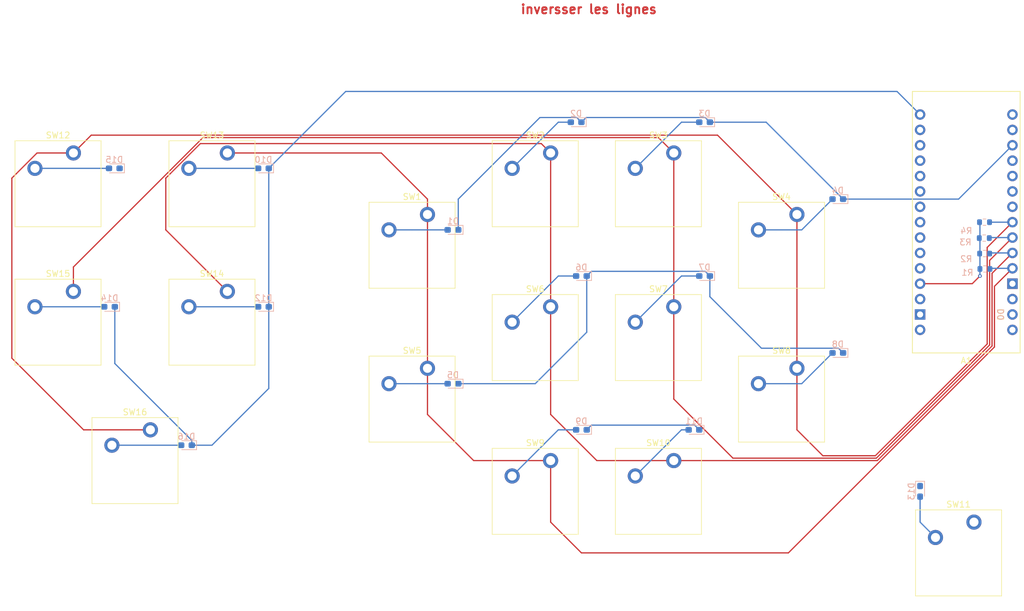
<source format=kicad_pcb>
(kicad_pcb (version 20240108) (generator "pcbnew") (generator_version "8.0")
  (layers (0 "F.Cu" signal) (31 "B.Cu" signal) (34 "B.Paste" user) (35 "F.Paste" user) (36 "B.SilkS" user "B.Silkscreen") (37 "F.SilkS" user "F.Silkscreen") (38 "B.Mask" user) (39 "F.Mask" user) (44 "Edge.Cuts" user))
  (net 0 "")
  (net 4 "GND")
  (net 6 "ROW 1")
  (net 8 "ROW 3")
  (net 12 "+5V")
  (net 14 "ROW 2")
  (net 15 "COL 1")
  (net 18 "COL 3")
  (net 21 "COL 2")
  (net 22 "ROW 4")
  (net 23 "COL 4")
  (net 30 "Net-(D1-A)")
  (net 31 "Net-(D2-A)")
  (net 32 "Net-(D3-A)")
  (net 33 "Net-(D4-A)")
  (net 34 "Net-(D5-A)")
  (net 35 "Net-(D6-A)")
  (net 36 "Net-(D7-A)")
  (net 37 "Net-(D8-A)")
  (net 38 "Net-(D9-A)")
  (net 39 "Net-(D10-A)")
  (net 40 "Net-(D11-A)")
  (net 41 "Net-(D12-A)")
  (net 42 "Net-(D13-A)")
  (net 43 "Net-(D14-A)")
  (net 44 "Net-(D15-A)")
  (net 45 "Net-(D16-A)")
  (footprint "PCM_Switch_Keyboard_Cherry_MX:SW_Cherry_MX_PCB_1.00u" (layer "F.Cu") (at 181.61 142.24)
    (property "Reference" "SW11" (at 0 -8 0) (layer "F.SilkS"))
    (property "Value" "SW_Push")
    (fp_line (start -7.1 -7.1) (end -7.1 7.1) (stroke (width 0.12)) (layer "F.SilkS"))
    (fp_line (start -7.1 7.1) (end 7.1 7.1) (stroke (width 0.12)) (layer "F.SilkS"))
    (fp_line (start 7.1 -7.1) (end -7.1 -7.1) (stroke (width 0.12)) (layer "F.SilkS"))
    (fp_line (start 7.1 7.1) (end 7.1 -7.1) (stroke (width 0.12)) (layer "F.SilkS"))
    (pad "" np_thru_hole circle (at -5.08 0) (size 1.75 1.75) (drill 1.75) (layers "*.Cu" "*.Mask"))
    (pad "" np_thru_hole circle (at 0 0) (size 4 4) (drill 4) (layers "*.Cu" "*.Mask"))
    (pad "" np_thru_hole circle (at 5.08 0) (size 1.75 1.75) (drill 1.75) (layers "*.Cu" "*.Mask"))
    (pad "1" thru_hole circle (at -3.81 -2.54) (size 2.5 2.5) (drill 1.5) (layers "*.Cu" "*.Mask") (net 42 "Net-(D13-A)"))
    (pad "2" thru_hole circle (at 2.54 -5.08) (size 2.5 2.5) (drill 1.5) (layers "*.Cu" "*.Mask") (net 18 "COL 3"))
  )
  (footprint "PCM_Switch_Keyboard_Cherry_MX:SW_Cherry_MX_PCB_1.00u" (layer "F.Cu") (at 33.02 81.28)
    (property "Reference" "SW12" (at 0 -8 0) (layer "F.SilkS"))
    (property "Value" "SW_Push")
    (fp_line (start -7.1 -7.1) (end -7.1 7.1) (stroke (width 0.12)) (layer "F.SilkS"))
    (fp_line (start -7.1 7.1) (end 7.1 7.1) (stroke (width 0.12)) (layer "F.SilkS"))
    (fp_line (start 7.1 -7.1) (end -7.1 -7.1) (stroke (width 0.12)) (layer "F.SilkS"))
    (fp_line (start 7.1 7.1) (end 7.1 -7.1) (stroke (width 0.12)) (layer "F.SilkS"))
    (pad "" np_thru_hole circle (at -5.08 0) (size 1.75 1.75) (drill 1.75) (layers "*.Cu" "*.Mask"))
    (pad "" np_thru_hole circle (at 0 0) (size 4 4) (drill 4) (layers "*.Cu" "*.Mask"))
    (pad "" np_thru_hole circle (at 5.08 0) (size 1.75 1.75) (drill 1.75) (layers "*.Cu" "*.Mask"))
    (pad "1" thru_hole circle (at -3.81 -2.54) (size 2.5 2.5) (drill 1.5) (layers "*.Cu" "*.Mask") (net 44 "Net-(D15-A)"))
    (pad "2" thru_hole circle (at 2.54 -5.08) (size 2.5 2.5) (drill 1.5) (layers "*.Cu" "*.Mask") (net 23 "COL 4"))
  )
  (footprint "PCM_Switch_Keyboard_Cherry_MX:SW_Cherry_MX_PCB_1.00u" (layer "F.Cu") (at 132.08 132.08)
    (property "Reference" "SW10" (at 0 -8 0) (layer "F.SilkS"))
    (property "Value" "SW_Push")
    (fp_line (start -7.1 -7.1) (end -7.1 7.1) (stroke (width 0.12)) (layer "F.SilkS"))
    (fp_line (start -7.1 7.1) (end 7.1 7.1) (stroke (width 0.12)) (layer "F.SilkS"))
    (fp_line (start 7.1 -7.1) (end -7.1 -7.1) (stroke (width 0.12)) (layer "F.SilkS"))
    (fp_line (start 7.1 7.1) (end 7.1 -7.1) (stroke (width 0.12)) (layer "F.SilkS"))
    (pad "" np_thru_hole circle (at -5.08 0) (size 1.75 1.75) (drill 1.75) (layers "*.Cu" "*.Mask"))
    (pad "" np_thru_hole circle (at 0 0) (size 4 4) (drill 4) (layers "*.Cu" "*.Mask"))
    (pad "" np_thru_hole circle (at 5.08 0) (size 1.75 1.75) (drill 1.75) (layers "*.Cu" "*.Mask"))
    (pad "1" thru_hole circle (at -3.81 -2.54) (size 2.5 2.5) (drill 1.5) (layers "*.Cu" "*.Mask") (net 40 "Net-(D11-A)"))
    (pad "2" thru_hole circle (at 2.54 -5.08) (size 2.5 2.5) (drill 1.5) (layers "*.Cu" "*.Mask") (net 21 "COL 2"))
  )
  (footprint "PCM_Switch_Keyboard_Cherry_MX:SW_Cherry_MX_PCB_1.00u" (layer "F.Cu") (at 91.44 91.44)
    (property "Reference" "SW1" (at 0 -8 0) (layer "F.SilkS"))
    (property "Value" "SW_Push")
    (fp_line (start -7.1 -7.1) (end -7.1 7.1) (stroke (width 0.12)) (layer "F.SilkS"))
    (fp_line (start -7.1 7.1) (end 7.1 7.1) (stroke (width 0.12)) (layer "F.SilkS"))
    (fp_line (start 7.1 -7.1) (end -7.1 -7.1) (stroke (width 0.12)) (layer "F.SilkS"))
    (fp_line (start 7.1 7.1) (end 7.1 -7.1) (stroke (width 0.12)) (layer "F.SilkS"))
    (pad "" np_thru_hole circle (at -5.08 0) (size 1.75 1.75) (drill 1.75) (layers "*.Cu" "*.Mask"))
    (pad "" np_thru_hole circle (at 0 0) (size 4 4) (drill 4) (layers "*.Cu" "*.Mask"))
    (pad "" np_thru_hole circle (at 5.08 0) (size 1.75 1.75) (drill 1.75) (layers "*.Cu" "*.Mask"))
    (pad "1" thru_hole circle (at -3.81 -2.54) (size 2.5 2.5) (drill 1.5) (layers "*.Cu" "*.Mask") (net 30 "Net-(D1-A)"))
    (pad "2" thru_hole circle (at 2.54 -5.08) (size 2.5 2.5) (drill 1.5) (layers "*.Cu" "*.Mask") (net 15 "COL 1"))
  )
  (footprint "PCM_Switch_Keyboard_Cherry_MX:SW_Cherry_MX_PCB_1.00u" (layer "F.Cu") (at 152.4 116.84)
    (property "Reference" "SW8" (at 0 -8 0) (layer "F.SilkS"))
    (property "Value" "SW_Push")
    (fp_line (start -7.1 -7.1) (end -7.1 7.1) (stroke (width 0.12)) (layer "F.SilkS"))
    (fp_line (start -7.1 7.1) (end 7.1 7.1) (stroke (width 0.12)) (layer "F.SilkS"))
    (fp_line (start 7.1 -7.1) (end -7.1 -7.1) (stroke (width 0.12)) (layer "F.SilkS"))
    (fp_line (start 7.1 7.1) (end 7.1 -7.1) (stroke (width 0.12)) (layer "F.SilkS"))
    (pad "" np_thru_hole circle (at -5.08 0) (size 1.75 1.75) (drill 1.75) (layers "*.Cu" "*.Mask"))
    (pad "" np_thru_hole circle (at 0 0) (size 4 4) (drill 4) (layers "*.Cu" "*.Mask"))
    (pad "" np_thru_hole circle (at 5.08 0) (size 1.75 1.75) (drill 1.75) (layers "*.Cu" "*.Mask"))
    (pad "1" thru_hole circle (at -3.81 -2.54) (size 2.5 2.5) (drill 1.5) (layers "*.Cu" "*.Mask") (net 37 "Net-(D8-A)"))
    (pad "2" thru_hole circle (at 2.54 -5.08) (size 2.5 2.5) (drill 1.5) (layers "*.Cu" "*.Mask") (net 23 "COL 4"))
  )
  (footprint "PCM_Switch_Keyboard_Cherry_MX:SW_Cherry_MX_PCB_1.00u" (layer "F.Cu") (at 132.08 81.28)
    (property "Reference" "SW3" (at 0 -8 0) (layer "F.SilkS"))
    (property "Value" "SW_Push")
    (fp_line (start -7.1 -7.1) (end -7.1 7.1) (stroke (width 0.12)) (layer "F.SilkS"))
    (fp_line (start -7.1 7.1) (end 7.1 7.1) (stroke (width 0.12)) (layer "F.SilkS"))
    (fp_line (start 7.1 -7.1) (end -7.1 -7.1) (stroke (width 0.12)) (layer "F.SilkS"))
    (fp_line (start 7.1 7.1) (end 7.1 -7.1) (stroke (width 0.12)) (layer "F.SilkS"))
    (pad "" np_thru_hole circle (at -5.08 0) (size 1.75 1.75) (drill 1.75) (layers "*.Cu" "*.Mask"))
    (pad "" np_thru_hole circle (at 0 0) (size 4 4) (drill 4) (layers "*.Cu" "*.Mask"))
    (pad "" np_thru_hole circle (at 5.08 0) (size 1.75 1.75) (drill 1.75) (layers "*.Cu" "*.Mask"))
    (pad "1" thru_hole circle (at -3.81 -2.54) (size 2.5 2.5) (drill 1.5) (layers "*.Cu" "*.Mask") (net 32 "Net-(D3-A)"))
    (pad "2" thru_hole circle (at 2.54 -5.08) (size 2.5 2.5) (drill 1.5) (layers "*.Cu" "*.Mask") (net 18 "COL 3"))
  )
  (footprint "PCM_Switch_Keyboard_Cherry_MX:SW_Cherry_MX_PCB_1.00u" (layer "F.Cu") (at 132.08 106.68)
    (property "Reference" "SW7" (at 0 -8 0) (layer "F.SilkS"))
    (property "Value" "SW_Push")
    (fp_line (start -7.1 -7.1) (end -7.1 7.1) (stroke (width 0.12)) (layer "F.SilkS"))
    (fp_line (start -7.1 7.1) (end 7.1 7.1) (stroke (width 0.12)) (layer "F.SilkS"))
    (fp_line (start 7.1 -7.1) (end -7.1 -7.1) (stroke (width 0.12)) (layer "F.SilkS"))
    (fp_line (start 7.1 7.1) (end 7.1 -7.1) (stroke (width 0.12)) (layer "F.SilkS"))
    (pad "" np_thru_hole circle (at -5.08 0) (size 1.75 1.75) (drill 1.75) (layers "*.Cu" "*.Mask"))
    (pad "" np_thru_hole circle (at 0 0) (size 4 4) (drill 4) (layers "*.Cu" "*.Mask"))
    (pad "" np_thru_hole circle (at 5.08 0) (size 1.75 1.75) (drill 1.75) (layers "*.Cu" "*.Mask"))
    (pad "1" thru_hole circle (at -3.81 -2.54) (size 2.5 2.5) (drill 1.5) (layers "*.Cu" "*.Mask") (net 36 "Net-(D7-A)"))
    (pad "2" thru_hole circle (at 2.54 -5.08) (size 2.5 2.5) (drill 1.5) (layers "*.Cu" "*.Mask") (net 18 "COL 3"))
  )
  (footprint "PCM_Switch_Keyboard_Cherry_MX:SW_Cherry_MX_PCB_1.00u" (layer "F.Cu") (at 91.44 116.84)
    (property "Reference" "SW5" (at 0 -8 0) (layer "F.SilkS"))
    (property "Value" "SW_Push")
    (fp_line (start -7.1 -7.1) (end -7.1 7.1) (stroke (width 0.12)) (layer "F.SilkS"))
    (fp_line (start -7.1 7.1) (end 7.1 7.1) (stroke (width 0.12)) (layer "F.SilkS"))
    (fp_line (start 7.1 -7.1) (end -7.1 -7.1) (stroke (width 0.12)) (layer "F.SilkS"))
    (fp_line (start 7.1 7.1) (end 7.1 -7.1) (stroke (width 0.12)) (layer "F.SilkS"))
    (pad "" np_thru_hole circle (at -5.08 0) (size 1.75 1.75) (drill 1.75) (layers "*.Cu" "*.Mask"))
    (pad "" np_thru_hole circle (at 0 0) (size 4 4) (drill 4) (layers "*.Cu" "*.Mask"))
    (pad "" np_thru_hole circle (at 5.08 0) (size 1.75 1.75) (drill 1.75) (layers "*.Cu" "*.Mask"))
    (pad "1" thru_hole circle (at -3.81 -2.54) (size 2.5 2.5) (drill 1.5) (layers "*.Cu" "*.Mask") (net 34 "Net-(D5-A)"))
    (pad "2" thru_hole circle (at 2.54 -5.08) (size 2.5 2.5) (drill 1.5) (layers "*.Cu" "*.Mask") (net 15 "COL 1"))
  )
  (footprint "PCM_Switch_Keyboard_Cherry_MX:SW_Cherry_MX_PCB_1.00u" (layer "F.Cu") (at 33.02 104.14)
    (property "Reference" "SW15" (at 0 -8 0) (layer "F.SilkS"))
    (property "Value" "SW_Push")
    (fp_line (start -7.1 -7.1) (end -7.1 7.1) (stroke (width 0.12)) (layer "F.SilkS"))
    (fp_line (start -7.1 7.1) (end 7.1 7.1) (stroke (width 0.12)) (layer "F.SilkS"))
    (fp_line (start 7.1 -7.1) (end -7.1 -7.1) (stroke (width 0.12)) (layer "F.SilkS"))
    (fp_line (start 7.1 7.1) (end 7.1 -7.1) (stroke (width 0.12)) (layer "F.SilkS"))
    (pad "" np_thru_hole circle (at -5.08 0) (size 1.75 1.75) (drill 1.75) (layers "*.Cu" "*.Mask"))
    (pad "" np_thru_hole circle (at 0 0) (size 4 4) (drill 4) (layers "*.Cu" "*.Mask"))
    (pad "" np_thru_hole circle (at 5.08 0) (size 1.75 1.75) (drill 1.75) (layers "*.Cu" "*.Mask"))
    (pad "1" thru_hole circle (at -3.81 -2.54) (size 2.5 2.5) (drill 1.5) (layers "*.Cu" "*.Mask") (net 43 "Net-(D14-A)"))
    (pad "2" thru_hole circle (at 2.54 -5.08) (size 2.5 2.5) (drill 1.5) (layers "*.Cu" "*.Mask") (net 18 "COL 3"))
  )
  (footprint "PCM_Switch_Keyboard_Cherry_MX:SW_Cherry_MX_PCB_1.00u" (layer "F.Cu") (at 152.4 91.44)
    (property "Reference" "SW4" (at 0 -8 0) (layer "F.SilkS"))
    (property "Value" "SW_Push")
    (fp_line (start -7.1 -7.1) (end -7.1 7.1) (stroke (width 0.12)) (layer "F.SilkS"))
    (fp_line (start -7.1 7.1) (end 7.1 7.1) (stroke (width 0.12)) (layer "F.SilkS"))
    (fp_line (start 7.1 -7.1) (end -7.1 -7.1) (stroke (width 0.12)) (layer "F.SilkS"))
    (fp_line (start 7.1 7.1) (end 7.1 -7.1) (stroke (width 0.12)) (layer "F.SilkS"))
    (pad "" np_thru_hole circle (at -5.08 0) (size 1.75 1.75) (drill 1.75) (layers "*.Cu" "*.Mask"))
    (pad "" np_thru_hole circle (at 0 0) (size 4 4) (drill 4) (layers "*.Cu" "*.Mask"))
    (pad "" np_thru_hole circle (at 5.08 0) (size 1.75 1.75) (drill 1.75) (layers "*.Cu" "*.Mask"))
    (pad "1" thru_hole circle (at -3.81 -2.54) (size 2.5 2.5) (drill 1.5) (layers "*.Cu" "*.Mask") (net 33 "Net-(D4-A)"))
    (pad "2" thru_hole circle (at 2.54 -5.08) (size 2.5 2.5) (drill 1.5) (layers "*.Cu" "*.Mask") (net 23 "COL 4"))
  )
  (footprint "PCM_Switch_Keyboard_Cherry_MX:SW_Cherry_MX_PCB_1.00u" (layer "F.Cu") (at 58.42 81.28)
    (property "Reference" "SW13" (at 0 -8 0) (layer "F.SilkS"))
    (property "Value" "SW_Push")
    (fp_line (start -7.1 -7.1) (end -7.1 7.1) (stroke (width 0.12)) (layer "F.SilkS"))
    (fp_line (start -7.1 7.1) (end 7.1 7.1) (stroke (width 0.12)) (layer "F.SilkS"))
    (fp_line (start 7.1 -7.1) (end -7.1 -7.1) (stroke (width 0.12)) (layer "F.SilkS"))
    (fp_line (start 7.1 7.1) (end 7.1 -7.1) (stroke (width 0.12)) (layer "F.SilkS"))
    (pad "" np_thru_hole circle (at -5.08 0) (size 1.75 1.75) (drill 1.75) (layers "*.Cu" "*.Mask"))
    (pad "" np_thru_hole circle (at 0 0) (size 4 4) (drill 4) (layers "*.Cu" "*.Mask"))
    (pad "" np_thru_hole circle (at 5.08 0) (size 1.75 1.75) (drill 1.75) (layers "*.Cu" "*.Mask"))
    (pad "1" thru_hole circle (at -3.81 -2.54) (size 2.5 2.5) (drill 1.5) (layers "*.Cu" "*.Mask") (net 39 "Net-(D10-A)"))
    (pad "2" thru_hole circle (at 2.54 -5.08) (size 2.5 2.5) (drill 1.5) (layers "*.Cu" "*.Mask") (net 15 "COL 1"))
  )
  (footprint "PCM_arduino-library:Arduino_Nano_Every_Socket" (layer "F.Cu") (at 182.88 66.04 180)
    (property "Reference" "A1" (at 0 -44.45 180) (layer "F.SilkS"))
    (property "Value" "Arduino_Nano_Every_Socket")
    (fp_line (start 8.89 -43.18) (end 8.89 0) (stroke (width 0.15)) (layer "F.SilkS"))
    (fp_line (start -8.89 0) (end 8.89 0) (stroke (width 0.15)) (layer "F.SilkS"))
    (fp_line (start -8.89 -43.18) (end 8.89 -43.18) (stroke (width 0.15)) (layer "F.SilkS"))
    (fp_line (start -8.89 -43.18) (end -8.89 0) (stroke (width 0.15)) (layer "F.SilkS"))
    (fp_text user "D0" (at -5.715 -36.83 90) (layer "B.SilkS") (effects (justify mirror)))
    (fp_text user "D0" (at -5.715 -36.83 90) (layer "F.SilkS"))
    (pad "" np_thru_hole circle (at -7.62 -41.91 180) (size 1.8 1.8) (drill 1.8) (layers "F&B.Cu" "*.Mask"))
    (pad "" np_thru_hole circle (at -7.62 -1.27 180) (size 1.8 1.8) (drill 1.8) (layers "F&B.Cu" "*.Mask"))
    (pad "" np_thru_hole circle (at 7.62 -41.91 180) (size 1.8 1.8) (drill 1.8) (layers "F&B.Cu" "*.Mask"))
    (pad "" np_thru_hole circle (at 7.62 -1.27 180) (size 1.8 1.8) (drill 1.8) (layers "F&B.Cu" "*.Mask"))
    (pad "3V3" thru_hole circle (at 7.62 -6.35 180) (size 1.7272 1.7272) (drill 1.016) (layers "*.Cu" "*.Mask"))
    (pad "5V" thru_hole circle (at 7.62 -31.75 180) (size 1.7272 1.7272) (drill 1.016) (layers "*.Cu" "*.Mask") (net 12 "+5V"))
    (pad "A0" thru_hole circle (at 7.62 -11.43 180) (size 1.7272 1.7272) (drill 1.016) (layers "*.Cu" "*.Mask"))
    (pad "A1" thru_hole circle (at 7.62 -13.97 180) (size 1.7272 1.7272) (drill 1.016) (layers "*.Cu" "*.Mask"))
    (pad "A2" thru_hole circle (at 7.62 -16.51 180) (size 1.7272 1.7272) (drill 1.016) (layers "*.Cu" "*.Mask"))
    (pad "A3" thru_hole circle (at 7.62 -19.05 180) (size 1.7272 1.7272) (drill 1.016) (layers "*.Cu" "*.Mask"))
    (pad "A4" thru_hole circle (at 7.62 -21.59 180) (size 1.7272 1.7272) (drill 1.016) (layers "*.Cu" "*.Mask"))
    (pad "A5" thru_hole circle (at 7.62 -24.13 180) (size 1.7272 1.7272) (drill 1.016) (layers "*.Cu" "*.Mask"))
    (pad "A6" thru_hole circle (at 7.62 -26.67 180) (size 1.7272 1.7272) (drill 1.016) (layers "*.Cu" "*.Mask"))
    (pad "A7" thru_hole circle (at 7.62 -29.21 180) (size 1.7272 1.7272) (drill 1.016) (layers "*.Cu" "*.Mask"))
    (pad "AREF" thru_hole circle (at 7.62 -8.89 180) (size 1.7272 1.7272) (drill 1.016) (layers "*.Cu" "*.Mask"))
    (pad "D0" thru_hole circle (at -7.62 -36.83 180) (size 1.7272 1.7272) (drill 1.016) (layers "*.Cu" "*.Mask"))
    (pad "D1" thru_hole circle (at -7.62 -39.37 180) (size 1.7272 1.7272) (drill 1.016) (layers "*.Cu" "*.Mask"))
    (pad "D2" thru_hole circle (at -7.62 -29.21 180) (size 1.7272 1.7272) (drill 1.016) (layers "*.Cu" "*.Mask") (net 15 "COL 1"))
    (pad "D3" thru_hole circle (at -7.62 -26.67 180) (size 1.7272 1.7272) (drill 1.016) (layers "*.Cu" "*.Mask") (net 21 "COL 2"))
    (pad "D4" thru_hole circle (at -7.62 -24.13 180) (size 1.7272 1.7272) (drill 1.016) (layers "*.Cu" "*.Mask") (net 18 "COL 3"))
    (pad "D5" thru_hole circle (at -7.62 -21.59 180) (size 1.7272 1.7272) (drill 1.016) (layers "*.Cu" "*.Mask") (net 23 "COL 4"))
    (pad "D6" thru_hole circle (at -7.62 -19.05 180) (size 1.7272 1.7272) (drill 1.016) (layers "*.Cu" "*.Mask"))
    (pad "D7" thru_hole circle (at -7.62 -16.51 180) (size 1.7272 1.7272) (drill 1.016) (layers "*.Cu" "*.Mask"))
    (pad "D8" thru_hole circle (at -7.62 -13.97 180) (size 1.7272 1.7272) (drill 1.016) (layers "*.Cu" "*.Mask"))
    (pad "D9" thru_hole circle (at -7.62 -11.43 180) (size 1.7272 1.7272) (drill 1.016) (layers "*.Cu" "*.Mask"))
    (pad "D10" thru_hole circle (at -7.62 -8.89 180) (size 1.7272 1.7272) (drill 1.016) (layers "*.Cu" "*.Mask") (net 6 "ROW 1"))
    (pad "D11" thru_hole circle (at -7.62 -6.35 180) (size 1.7272 1.7272) (drill 1.016) (layers "*.Cu" "*.Mask") (net 14 "ROW 2"))
    (pad "D12" thru_hole circle (at -7.62 -3.81 180) (size 1.7272 1.7272) (drill 1.016) (layers "*.Cu" "*.Mask") (net 8 "ROW 3"))
    (pad "D13" thru_hole circle (at 7.62 -3.81 180) (size 1.7272 1.7272) (drill 1.016) (layers "*.Cu" "*.Mask") (net 22 "ROW 4"))
    (pad "GND1" thru_hole rect (at -7.62 -31.75 180) (size 1.7272 1.7272) (drill 1.016) (layers "*.Cu" "*.Mask") (net 4 "GND"))
    (pad "GND2" thru_hole rect (at 7.62 -36.83 180) (size 1.7272 1.7272) (drill 1.016) (layers "*.Cu" "*.Mask") (net 4 "GND"))
    (pad "RST1" thru_hole circle (at -7.62 -34.29 180) (size 1.7272 1.7272) (drill 1.016) (layers "*.Cu" "*.Mask"))
    (pad "RST2" thru_hole circle (at 7.62 -34.29 180) (size 1.7272 1.7272) (drill 1.016) (layers "*.Cu" "*.Mask"))
    (pad "VIN" thru_hole circle (at 7.62 -39.37 180) (size 1.7272 1.7272) (drill 1.016) (layers "*.Cu" "*.Mask"))
  )
  (footprint "PCM_Switch_Keyboard_Cherry_MX:SW_Cherry_MX_PCB_1.00u" (layer "F.Cu") (at 45.72 127)
    (property "Reference" "SW16" (at 0 -8 0) (layer "F.SilkS"))
    (property "Value" "SW_Push")
    (fp_line (start -7.1 -7.1) (end -7.1 7.1) (stroke (width 0.12)) (layer "F.SilkS"))
    (fp_line (start -7.1 7.1) (end 7.1 7.1) (stroke (width 0.12)) (layer "F.SilkS"))
    (fp_line (start 7.1 -7.1) (end -7.1 -7.1) (stroke (width 0.12)) (layer "F.SilkS"))
    (fp_line (start 7.1 7.1) (end 7.1 -7.1) (stroke (width 0.12)) (layer "F.SilkS"))
    (pad "" np_thru_hole circle (at -5.08 0) (size 1.75 1.75) (drill 1.75) (layers "*.Cu" "*.Mask"))
    (pad "" np_thru_hole circle (at 0 0) (size 4 4) (drill 4) (layers "*.Cu" "*.Mask"))
    (pad "" np_thru_hole circle (at 5.08 0) (size 1.75 1.75) (drill 1.75) (layers "*.Cu" "*.Mask"))
    (pad "1" thru_hole circle (at -3.81 -2.54) (size 2.5 2.5) (drill 1.5) (layers "*.Cu" "*.Mask") (net 45 "Net-(D16-A)"))
    (pad "2" thru_hole circle (at 2.54 -5.08) (size 2.5 2.5) (drill 1.5) (layers "*.Cu" "*.Mask") (net 23 "COL 4"))
  )
  (footprint "PCM_Switch_Keyboard_Cherry_MX:SW_Cherry_MX_PCB_1.00u" (layer "F.Cu") (at 58.42 104.14)
    (property "Reference" "SW14" (at 0 -8 0) (layer "F.SilkS"))
    (property "Value" "SW_Push")
    (fp_line (start -7.1 -7.1) (end -7.1 7.1) (stroke (width 0.12)) (layer "F.SilkS"))
    (fp_line (start -7.1 7.1) (end 7.1 7.1) (stroke (width 0.12)) (layer "F.SilkS"))
    (fp_line (start 7.1 -7.1) (end -7.1 -7.1) (stroke (width 0.12)) (layer "F.SilkS"))
    (fp_line (start 7.1 7.1) (end 7.1 -7.1) (stroke (width 0.12)) (layer "F.SilkS"))
    (pad "" np_thru_hole circle (at -5.08 0) (size 1.75 1.75) (drill 1.75) (layers "*.Cu" "*.Mask"))
    (pad "" np_thru_hole circle (at 0 0) (size 4 4) (drill 4) (layers "*.Cu" "*.Mask"))
    (pad "" np_thru_hole circle (at 5.08 0) (size 1.75 1.75) (drill 1.75) (layers "*.Cu" "*.Mask"))
    (pad "1" thru_hole circle (at -3.81 -2.54) (size 2.5 2.5) (drill 1.5) (layers "*.Cu" "*.Mask") (net 41 "Net-(D12-A)"))
    (pad "2" thru_hole circle (at 2.54 -5.08) (size 2.5 2.5) (drill 1.5) (layers "*.Cu" "*.Mask") (net 21 "COL 2"))
  )
  (footprint "PCM_Switch_Keyboard_Cherry_MX:SW_Cherry_MX_PCB_1.00u" (layer "F.Cu") (at 111.76 132.08)
    (property "Reference" "SW9" (at 0 -8 0) (layer "F.SilkS"))
    (property "Value" "SW_Push")
    (fp_line (start -7.1 -7.1) (end -7.1 7.1) (stroke (width 0.12)) (layer "F.SilkS"))
    (fp_line (start -7.1 7.1) (end 7.1 7.1) (stroke (width 0.12)) (layer "F.SilkS"))
    (fp_line (start 7.1 -7.1) (end -7.1 -7.1) (stroke (width 0.12)) (layer "F.SilkS"))
    (fp_line (start 7.1 7.1) (end 7.1 -7.1) (stroke (width 0.12)) (layer "F.SilkS"))
    (pad "" np_thru_hole circle (at -5.08 0) (size 1.75 1.75) (drill 1.75) (layers "*.Cu" "*.Mask"))
    (pad "" np_thru_hole circle (at 0 0) (size 4 4) (drill 4) (layers "*.Cu" "*.Mask"))
    (pad "" np_thru_hole circle (at 5.08 0) (size 1.75 1.75) (drill 1.75) (layers "*.Cu" "*.Mask"))
    (pad "1" thru_hole circle (at -3.81 -2.54) (size 2.5 2.5) (drill 1.5) (layers "*.Cu" "*.Mask") (net 38 "Net-(D9-A)"))
    (pad "2" thru_hole circle (at 2.54 -5.08) (size 2.5 2.5) (drill 1.5) (layers "*.Cu" "*.Mask") (net 15 "COL 1"))
  )
  (footprint "PCM_Switch_Keyboard_Cherry_MX:SW_Cherry_MX_PCB_1.00u" (layer "F.Cu") (at 111.76 106.68)
    (property "Reference" "SW6" (at 0 -8 0) (layer "F.SilkS"))
    (property "Value" "SW_Push")
    (fp_line (start -7.1 -7.1) (end -7.1 7.1) (stroke (width 0.12)) (layer "F.SilkS"))
    (fp_line (start -7.1 7.1) (end 7.1 7.1) (stroke (width 0.12)) (layer "F.SilkS"))
    (fp_line (start 7.1 -7.1) (end -7.1 -7.1) (stroke (width 0.12)) (layer "F.SilkS"))
    (fp_line (start 7.1 7.1) (end 7.1 -7.1) (stroke (width 0.12)) (layer "F.SilkS"))
    (pad "" np_thru_hole circle (at -5.08 0) (size 1.75 1.75) (drill 1.75) (layers "*.Cu" "*.Mask"))
    (pad "" np_thru_hole circle (at 0 0) (size 4 4) (drill 4) (layers "*.Cu" "*.Mask"))
    (pad "" np_thru_hole circle (at 5.08 0) (size 1.75 1.75) (drill 1.75) (layers "*.Cu" "*.Mask"))
    (pad "1" thru_hole circle (at -3.81 -2.54) (size 2.5 2.5) (drill 1.5) (layers "*.Cu" "*.Mask") (net 35 "Net-(D6-A)"))
    (pad "2" thru_hole circle (at 2.54 -5.08) (size 2.5 2.5) (drill 1.5) (layers "*.Cu" "*.Mask") (net 21 "COL 2"))
  )
  (footprint "PCM_Switch_Keyboard_Cherry_MX:SW_Cherry_MX_PCB_1.00u" (layer "F.Cu") (at 111.76 81.28)
    (property "Reference" "SW2" (at 0 -8 0) (layer "F.SilkS"))
    (property "Value" "SW_Push")
    (fp_line (start -7.1 -7.1) (end -7.1 7.1) (stroke (width 0.12)) (layer "F.SilkS"))
    (fp_line (start -7.1 7.1) (end 7.1 7.1) (stroke (width 0.12)) (layer "F.SilkS"))
    (fp_line (start 7.1 -7.1) (end -7.1 -7.1) (stroke (width 0.12)) (layer "F.SilkS"))
    (fp_line (start 7.1 7.1) (end 7.1 -7.1) (stroke (width 0.12)) (layer "F.SilkS"))
    (pad "" np_thru_hole circle (at -5.08 0) (size 1.75 1.75) (drill 1.75) (layers "*.Cu" "*.Mask"))
    (pad "" np_thru_hole circle (at 0 0) (size 4 4) (drill 4) (layers "*.Cu" "*.Mask"))
    (pad "" np_thru_hole circle (at 5.08 0) (size 1.75 1.75) (drill 1.75) (layers "*.Cu" "*.Mask"))
    (pad "1" thru_hole circle (at -3.81 -2.54) (size 2.5 2.5) (drill 1.5) (layers "*.Cu" "*.Mask") (net 31 "Net-(D2-A)"))
    (pad "2" thru_hole circle (at 2.54 -5.08) (size 2.5 2.5) (drill 1.5) (layers "*.Cu" "*.Mask") (net 21 "COL 2"))
  )
  (footprint "Diode_SMD:D_0603_1608Metric_Pad1.05x0.95mm_HandSolder" (layer "B.Cu") (at 98.185 88.9 180)
    (property "Reference" "D1" (at 0 1.43 180) (layer "B.SilkS") (effects (justify mirror)))
    (property "Value" "D")
    (fp_line (start 0.8 -0.735) (end -1.66 -0.735) (stroke (width 0.12)) (layer "B.SilkS"))
    (fp_line (start -1.66 0.735) (end 0.8 0.735) (stroke (width 0.12)) (layer "B.SilkS"))
    (fp_line (start -1.66 -0.735) (end -1.66 0.735) (stroke (width 0.12)) (layer "B.SilkS"))
    (pad "1" smd roundrect (at -0.875 0 180) (size 1.05 0.95) (layers "B.Cu" "B.Paste" "B.Mask") (net 6 "ROW 1"))
    (pad "2" smd roundrect (at 0.875 0 180) (size 1.05 0.95) (layers "B.Cu" "B.Paste" "B.Mask") (net 30 "Net-(D1-A)"))
  )
  (footprint "Diode_SMD:D_0603_1608Metric_Pad1.05x0.95mm_HandSolder" (layer "B.Cu") (at 175.26 132.08 -90)
    (property "Reference" "D13" (at 0 1.43 90) (layer "B.SilkS") (effects (justify mirror)))
    (property "Value" "D")
    (fp_line (start -1.66 0.735) (end 0.8 0.735) (stroke (width 0.12)) (layer "B.SilkS"))
    (fp_line (start -1.66 -0.735) (end -1.66 0.735) (stroke (width 0.12)) (layer "B.SilkS"))
    (fp_line (start 0.8 -0.735) (end -1.66 -0.735) (stroke (width 0.12)) (layer "B.SilkS"))
    (pad "1" smd roundrect (at -0.875 0 270) (size 1.05 0.95) (layers "B.Cu" "B.Paste" "B.Mask") (net 8 "ROW 3"))
    (pad "2" smd roundrect (at 0.875 0 270) (size 1.05 0.95) (layers "B.Cu" "B.Paste" "B.Mask") (net 42 "Net-(D13-A)"))
  )
  (footprint "Diode_SMD:D_0603_1608Metric_Pad1.05x0.95mm_HandSolder" (layer "B.Cu") (at 66.915 78.74 180)
    (property "Reference" "D10" (at 0 1.43 180) (layer "B.SilkS") (effects (justify mirror)))
    (property "Value" "D")
    (fp_line (start 0.8 -0.735) (end -1.66 -0.735) (stroke (width 0.12)) (layer "B.SilkS"))
    (fp_line (start -1.66 0.735) (end 0.8 0.735) (stroke (width 0.12)) (layer "B.SilkS"))
    (fp_line (start -1.66 -0.735) (end -1.66 0.735) (stroke (width 0.12)) (layer "B.SilkS"))
    (pad "1" smd roundrect (at -0.875 0 180) (size 1.05 0.95) (layers "B.Cu" "B.Paste" "B.Mask") (net 22 "ROW 4"))
    (pad "2" smd roundrect (at 0.875 0 180) (size 1.05 0.95) (layers "B.Cu" "B.Paste" "B.Mask") (net 39 "Net-(D10-A)"))
  )
  (footprint "Diode_SMD:D_0603_1608Metric_Pad1.05x0.95mm_HandSolder" (layer "B.Cu") (at 139.7 71.12 180)
    (property "Reference" "D3" (at 0 1.43 180) (layer "B.SilkS") (effects (justify mirror)))
    (property "Value" "D")
    (fp_line (start 0.8 -0.735) (end -1.66 -0.735) (stroke (width 0.12)) (layer "B.SilkS"))
    (fp_line (start -1.66 0.735) (end 0.8 0.735) (stroke (width 0.12)) (layer "B.SilkS"))
    (fp_line (start -1.66 -0.735) (end -1.66 0.735) (stroke (width 0.12)) (layer "B.SilkS"))
    (pad "1" smd roundrect (at -0.875 0 180) (size 1.05 0.95) (layers "B.Cu" "B.Paste" "B.Mask") (net 6 "ROW 1"))
    (pad "2" smd roundrect (at 0.875 0 180) (size 1.05 0.95) (layers "B.Cu" "B.Paste" "B.Mask") (net 32 "Net-(D3-A)"))
  )
  (footprint "Resistor_SMD:R_0603_1608Metric" (layer "B.Cu") (at 185.848801 90.256479)
    (property "Reference" "R3" (at -3.101164 0.687426 360) (layer "B.SilkS") (effects (justify mirror)))
    (property "Value" "10k")
    (fp_line (start 0.237258 -0.5225) (end -0.237258 -0.5225) (stroke (width 0.12)) (layer "B.SilkS"))
    (fp_line (start 0.237258 0.5225) (end -0.237258 0.5225) (stroke (width 0.12)) (layer "B.SilkS"))
    (pad "1" smd roundrect (at -0.825 0) (size 0.8 0.95) (layers "B.Cu" "B.Paste" "B.Mask") (net 12 "+5V"))
    (pad "2" smd roundrect (at 0.825 0) (size 0.8 0.95) (layers "B.Cu" "B.Paste" "B.Mask") (net 18 "COL 3"))
  )
  (footprint "Diode_SMD:D_0603_1608Metric_Pad1.05x0.95mm_HandSolder" (layer "B.Cu") (at 119.38 96.52 180)
    (property "Reference" "D6" (at 0 1.43 180) (layer "B.SilkS") (effects (justify mirror)))
    (property "Value" "D")
    (fp_line (start 0.8 -0.735) (end -1.66 -0.735) (stroke (width 0.12)) (layer "B.SilkS"))
    (fp_line (start -1.66 0.735) (end 0.8 0.735) (stroke (width 0.12)) (layer "B.SilkS"))
    (fp_line (start -1.66 -0.735) (end -1.66 0.735) (stroke (width 0.12)) (layer "B.SilkS"))
    (pad "1" smd roundrect (at -0.875 0 180) (size 1.05 0.95) (layers "B.Cu" "B.Paste" "B.Mask") (net 14 "ROW 2"))
    (pad "2" smd roundrect (at 0.875 0 180) (size 1.05 0.95) (layers "B.Cu" "B.Paste" "B.Mask") (net 35 "Net-(D6-A)"))
  )
  (footprint "Resistor_SMD:R_0603_1608Metric" (layer "B.Cu") (at 185.892181 87.63194)
    (property "Reference" "R4" (at -3.012181 1.43 360) (layer "B.SilkS") (effects (justify mirror)))
    (property "Value" "10k")
    (fp_line (start 0.237258 -0.5225) (end -0.237258 -0.5225) (stroke (width 0.12)) (layer "B.SilkS"))
    (fp_line (start 0.237258 0.5225) (end -0.237258 0.5225) (stroke (width 0.12)) (layer "B.SilkS"))
    (pad "1" smd roundrect (at -0.825 0) (size 0.8 0.95) (layers "B.Cu" "B.Paste" "B.Mask") (net 12 "+5V"))
    (pad "2" smd roundrect (at 0.825 0) (size 0.8 0.95) (layers "B.Cu" "B.Paste" "B.Mask") (net 23 "COL 4"))
  )
  (footprint "Diode_SMD:D_0603_1608Metric_Pad1.05x0.95mm_HandSolder" (layer "B.Cu") (at 54.215 124.46 180)
    (property "Reference" "D16" (at 0 1.43 180) (layer "B.SilkS") (effects (justify mirror)))
    (property "Value" "D")
    (fp_line (start 0.8 -0.735) (end -1.66 -0.735) (stroke (width 0.12)) (layer "B.SilkS"))
    (fp_line (start -1.66 0.735) (end 0.8 0.735) (stroke (width 0.12)) (layer "B.SilkS"))
    (fp_line (start -1.66 -0.735) (end -1.66 0.735) (stroke (width 0.12)) (layer "B.SilkS"))
    (pad "1" smd roundrect (at -0.875 0 180) (size 1.05 0.95) (layers "B.Cu" "B.Paste" "B.Mask") (net 22 "ROW 4"))
    (pad "2" smd roundrect (at 0.875 0 180) (size 1.05 0.95) (layers "B.Cu" "B.Paste" "B.Mask") (net 45 "Net-(D16-A)"))
  )
  (footprint "Diode_SMD:D_0603_1608Metric_Pad1.05x0.95mm_HandSolder" (layer "B.Cu") (at 98.185 114.3 180)
    (property "Reference" "D5" (at 0 1.43 180) (layer "B.SilkS") (effects (justify mirror)))
    (property "Value" "D")
    (fp_line (start 0.8 -0.735) (end -1.66 -0.735) (stroke (width 0.12)) (layer "B.SilkS"))
    (fp_line (start -1.66 0.735) (end 0.8 0.735) (stroke (width 0.12)) (layer "B.SilkS"))
    (fp_line (start -1.66 -0.735) (end -1.66 0.735) (stroke (width 0.12)) (layer "B.SilkS"))
    (pad "1" smd roundrect (at -0.875 0 180) (size 1.05 0.95) (layers "B.Cu" "B.Paste" "B.Mask") (net 14 "ROW 2"))
    (pad "2" smd roundrect (at 0.875 0 180) (size 1.05 0.95) (layers "B.Cu" "B.Paste" "B.Mask") (net 34 "Net-(D5-A)"))
  )
  (footprint "Diode_SMD:D_0603_1608Metric_Pad1.05x0.95mm_HandSolder" (layer "B.Cu") (at 161.685 109.22 180)
    (property "Reference" "D8" (at 0 1.43 180) (layer "B.SilkS") (effects (justify mirror)))
    (property "Value" "D")
    (fp_line (start 0.8 -0.735) (end -1.66 -0.735) (stroke (width 0.12)) (layer "B.SilkS"))
    (fp_line (start -1.66 0.735) (end 0.8 0.735) (stroke (width 0.12)) (layer "B.SilkS"))
    (fp_line (start -1.66 -0.735) (end -1.66 0.735) (stroke (width 0.12)) (layer "B.SilkS"))
    (pad "1" smd roundrect (at -0.875 0 180) (size 1.05 0.95) (layers "B.Cu" "B.Paste" "B.Mask") (net 14 "ROW 2"))
    (pad "2" smd roundrect (at 0.875 0 180) (size 1.05 0.95) (layers "B.Cu" "B.Paste" "B.Mask") (net 37 "Net-(D8-A)"))
  )
  (footprint "Diode_SMD:D_0603_1608Metric_Pad1.05x0.95mm_HandSolder" (layer "B.Cu") (at 137.95 121.92 180)
    (property "Reference" "D11" (at 0 1.43 180) (layer "B.SilkS") (effects (justify mirror)))
    (property "Value" "D")
    (fp_line (start 0.8 -0.735) (end -1.66 -0.735) (stroke (width 0.12)) (layer "B.SilkS"))
    (fp_line (start -1.66 0.735) (end 0.8 0.735) (stroke (width 0.12)) (layer "B.SilkS"))
    (fp_line (start -1.66 -0.735) (end -1.66 0.735) (stroke (width 0.12)) (layer "B.SilkS"))
    (pad "1" smd roundrect (at -0.875 0 180) (size 1.05 0.95) (layers "B.Cu" "B.Paste" "B.Mask") (net 8 "ROW 3"))
    (pad "2" smd roundrect (at 0.875 0 180) (size 1.05 0.95) (layers "B.Cu" "B.Paste" "B.Mask") (net 40 "Net-(D11-A)"))
  )
  (footprint "Diode_SMD:D_0603_1608Metric_Pad1.05x0.95mm_HandSolder" (layer "B.Cu") (at 119.38 121.92 180)
    (property "Reference" "D9" (at 0 1.43 180) (layer "B.SilkS") (effects (justify mirror)))
    (property "Value" "D")
    (fp_line (start 0.8 -0.735) (end -1.66 -0.735) (stroke (width 0.12)) (layer "B.SilkS"))
    (fp_line (start -1.66 0.735) (end 0.8 0.735) (stroke (width 0.12)) (layer "B.SilkS"))
    (fp_line (start -1.66 -0.735) (end -1.66 0.735) (stroke (width 0.12)) (layer "B.SilkS"))
    (pad "1" smd roundrect (at -0.875 0 180) (size 1.05 0.95) (layers "B.Cu" "B.Paste" "B.Mask") (net 8 "ROW 3"))
    (pad "2" smd roundrect (at 0.875 0 180) (size 1.05 0.95) (layers "B.Cu" "B.Paste" "B.Mask") (net 38 "Net-(D9-A)"))
  )
  (footprint "Resistor_SMD:R_0603_1608Metric" (layer "B.Cu") (at 185.909557 92.813725)
    (property "Reference" "R2" (at -3.040408 0.889869 360) (layer "B.SilkS") (effects (justify mirror)))
    (property "Value" "10k")
    (fp_line (start 0.237258 -0.5225) (end -0.237258 -0.5225) (stroke (width 0.12)) (layer "B.SilkS"))
    (fp_line (start 0.237258 0.5225) (end -0.237258 0.5225) (stroke (width 0.12)) (layer "B.SilkS"))
    (pad "1" smd roundrect (at -0.825 0) (size 0.8 0.95) (layers "B.Cu" "B.Paste" "B.Mask") (net 12 "+5V"))
    (pad "2" smd roundrect (at 0.825 0) (size 0.8 0.95) (layers "B.Cu" "B.Paste" "B.Mask") (net 21 "COL 2"))
  )
  (footprint "Diode_SMD:D_0603_1608Metric_Pad1.05x0.95mm_HandSolder" (layer "B.Cu") (at 66.915 101.6 180)
    (property "Reference" "D12" (at 0 1.43 180) (layer "B.SilkS") (effects (justify mirror)))
    (property "Value" "D")
    (fp_line (start 0.8 -0.735) (end -1.66 -0.735) (stroke (width 0.12)) (layer "B.SilkS"))
    (fp_line (start -1.66 0.735) (end 0.8 0.735) (stroke (width 0.12)) (layer "B.SilkS"))
    (fp_line (start -1.66 -0.735) (end -1.66 0.735) (stroke (width 0.12)) (layer "B.SilkS"))
    (pad "1" smd roundrect (at -0.875 0 180) (size 1.05 0.95) (layers "B.Cu" "B.Paste" "B.Mask") (net 22 "ROW 4"))
    (pad "2" smd roundrect (at 0.875 0 180) (size 1.05 0.95) (layers "B.Cu" "B.Paste" "B.Mask") (net 41 "Net-(D12-A)"))
  )
  (footprint "Diode_SMD:D_0603_1608Metric_Pad1.05x0.95mm_HandSolder" (layer "B.Cu") (at 139.7 96.52 180)
    (property "Reference" "D7" (at 0 1.43 180) (layer "B.SilkS") (effects (justify mirror)))
    (property "Value" "D")
    (fp_line (start 0.8 -0.735) (end -1.66 -0.735) (stroke (width 0.12)) (layer "B.SilkS"))
    (fp_line (start -1.66 0.735) (end 0.8 0.735) (stroke (width 0.12)) (layer "B.SilkS"))
    (fp_line (start -1.66 -0.735) (end -1.66 0.735) (stroke (width 0.12)) (layer "B.SilkS"))
    (pad "1" smd roundrect (at -0.875 0 180) (size 1.05 0.95) (layers "B.Cu" "B.Paste" "B.Mask") (net 14 "ROW 2"))
    (pad "2" smd roundrect (at 0.875 0 180) (size 1.05 0.95) (layers "B.Cu" "B.Paste" "B.Mask") (net 36 "Net-(D7-A)"))
  )
  (footprint "Diode_SMD:D_0603_1608Metric_Pad1.05x0.95mm_HandSolder" (layer "B.Cu") (at 161.685 83.82 180)
    (property "Reference" "D4" (at 0 1.43 180) (layer "B.SilkS") (effects (justify mirror)))
    (property "Value" "D")
    (fp_line (start 0.8 -0.735) (end -1.66 -0.735) (stroke (width 0.12)) (layer "B.SilkS"))
    (fp_line (start -1.66 0.735) (end 0.8 0.735) (stroke (width 0.12)) (layer "B.SilkS"))
    (fp_line (start -1.66 -0.735) (end -1.66 0.735) (stroke (width 0.12)) (layer "B.SilkS"))
    (pad "1" smd roundrect (at -0.875 0 180) (size 1.05 0.95) (layers "B.Cu" "B.Paste" "B.Mask") (net 6 "ROW 1"))
    (pad "2" smd roundrect (at 0.875 0 180) (size 1.05 0.95) (layers "B.Cu" "B.Paste" "B.Mask") (net 33 "Net-(D4-A)"))
  )
  (footprint "Diode_SMD:D_0603_1608Metric_Pad1.05x0.95mm_HandSolder" (layer "B.Cu") (at 41.515 101.6 180)
    (property "Reference" "D14" (at 0 1.43 180) (layer "B.SilkS") (effects (justify mirror)))
    (property "Value" "D")
    (fp_line (start 0.8 -0.735) (end -1.66 -0.735) (stroke (width 0.12)) (layer "B.SilkS"))
    (fp_line (start -1.66 0.735) (end 0.8 0.735) (stroke (width 0.12)) (layer "B.SilkS"))
    (fp_line (start -1.66 -0.735) (end -1.66 0.735) (stroke (width 0.12)) (layer "B.SilkS"))
    (pad "1" smd roundrect (at -0.875 0 180) (size 1.05 0.95) (layers "B.Cu" "B.Paste" "B.Mask") (net 22 "ROW 4"))
    (pad "2" smd roundrect (at 0.875 0 180) (size 1.05 0.95) (layers "B.Cu" "B.Paste" "B.Mask") (net 43 "Net-(D14-A)"))
  )
  (footprint "Diode_SMD:D_0603_1608Metric_Pad1.05x0.95mm_HandSolder" (layer "B.Cu") (at 118.505 71.12 180)
    (property "Reference" "D2" (at 0 1.43 180) (layer "B.SilkS") (effects (justify mirror)))
    (property "Value" "D")
    (fp_line (start 0.8 -0.735) (end -1.66 -0.735) (stroke (width 0.12)) (layer "B.SilkS"))
    (fp_line (start -1.66 0.735) (end 0.8 0.735) (stroke (width 0.12)) (layer "B.SilkS"))
    (fp_line (start -1.66 -0.735) (end -1.66 0.735) (stroke (width 0.12)) (layer "B.SilkS"))
    (pad "1" smd roundrect (at -0.875 0 180) (size 1.05 0.95) (layers "B.Cu" "B.Paste" "B.Mask") (net 6 "ROW 1"))
    (pad "2" smd roundrect (at 0.875 0 180) (size 1.05 0.95) (layers "B.Cu" "B.Paste" "B.Mask") (net 31 "Net-(D2-A)"))
  )
  (footprint "Diode_SMD:D_0603_1608Metric_Pad1.05x0.95mm_HandSolder" (layer "B.Cu") (at 42.305 78.74 180)
    (property "Reference" "D15" (at 0 1.43 180) (layer "B.SilkS") (effects (justify mirror)))
    (property "Value" "D")
    (fp_line (start 0.8 -0.735) (end -1.66 -0.735) (stroke (width 0.12)) (layer "B.SilkS"))
    (fp_line (start -1.66 0.735) (end 0.8 0.735) (stroke (width 0.12)) (layer "B.SilkS"))
    (fp_line (start -1.66 -0.735) (end -1.66 0.735) (stroke (width 0.12)) (layer "B.SilkS"))
    (pad "1" smd roundrect (at -0.875 0 180) (size 1.05 0.95) (layers "B.Cu" "B.Paste" "B.Mask") (net 8 "ROW 3"))
    (pad "2" smd roundrect (at 0.875 0 180) (size 1.05 0.95) (layers "B.Cu" "B.Paste" "B.Mask") (net 44 "Net-(D15-A)"))
  )
  (footprint "Resistor_SMD:R_0603_1608Metric" (layer "B.Cu") (at 185.961495 95.35094)
    (property "Reference" "R1" (at -2.901708 0.607332 360) (layer "B.SilkS") (effects (justify mirror)))
    (property "Value" "10k")
    (fp_line (start 0.237258 -0.5225) (end -0.237258 -0.5225) (stroke (width 0.12)) (layer "B.SilkS"))
    (fp_line (start 0.237258 0.5225) (end -0.237258 0.5225) (stroke (width 0.12)) (layer "B.SilkS"))
    (pad "1" smd roundrect (at -0.825 0) (size 0.8 0.95) (layers "B.Cu" "B.Paste" "B.Mask") (net 12 "+5V"))
    (pad "2" smd roundrect (at 0.825 0) (size 0.8 0.95) (layers "B.Cu" "B.Paste" "B.Mask") (net 15 "COL 1"))
  )
  (gr_text "inversser les lignes" (at 109.22 53.34 -0) (layer "F.Cu") (effects (font (size 1.5 1.5) (thickness 0.3) (bold yes)) (justify left bottom)))
  (segment (start 190.5 74.93) (end 181.61 83.82) (width 0.2) (layer "B.Cu") (net 6))
  (segment (start 139.8 70.345) (end 120.155 70.345) (width 0.2) (layer "B.Cu") (net 6))
  (segment (start 181.61 83.82) (end 162.56 83.82) (width 0.2) (layer "B.Cu") (net 6))
  (segment (start 112.535 70.345) (end 99.06 83.82) (width 0.2) (layer "B.Cu") (net 6))
  (segment (start 118.605 70.345) (end 112.535 70.345) (width 0.2) (layer "B.Cu") (net 6))
  (segment (start 119.38 71.12) (end 118.605 70.345) (width 0.2) (layer "B.Cu") (net 6))
  (segment (start 99.06 83.82) (end 99.06 88.9) (width 0.2) (layer "B.Cu") (net 6))
  (segment (start 140.575 71.12) (end 139.8 70.345) (width 0.2) (layer "B.Cu") (net 6))
  (segment (start 149.86 71.12) (end 140.575 71.12) (width 0.2) (layer "B.Cu") (net 6))
  (segment (start 162.56 83.82) (end 149.86 71.12) (width 0.2) (layer "B.Cu") (net 6))
  (segment (start 120.155 70.345) (end 119.38 71.12) (width 0.2) (layer "B.Cu") (net 6))
  (segment (start 121.03 121.145) (end 138.05 121.145) (width 0.2) (layer "B.Cu") (net 8))
  (segment (start 138.05 121.145) (end 138.825 121.92) (width 0.2) (layer "B.Cu") (net 8))
  (segment (start 120.255 121.92) (end 121.03 121.145) (width 0.2) (layer "B.Cu") (net 8))
  (segment (start 183.866495 97.79) (end 175.26 97.79) (width 0.2) (layer "F.Cu") (net 12))
  (segment (start 185.136495 96.52) (end 183.866495 97.79) (width 0.2) (layer "F.Cu") (net 12))
  (via (at 185.136495 96.52) (size 0.6) (drill 0.3) (layers "F.Cu" "B.Cu") (net 12))
  (segment (start 185.136495 87.701254) (end 185.067181 87.63194) (width 0.2) (layer "B.Cu") (net 12))
  (segment (start 185.136495 95.35094) (end 185.136495 87.701254) (width 0.2) (layer "B.Cu") (net 12))
  (segment (start 185.136495 96.52) (end 185.136495 95.35094) (width 0.2) (layer "B.Cu") (net 12))
  (segment (start 140.575 96.52) (end 140.575 99.935) (width 0.2) (layer "B.Cu") (net 14))
  (segment (start 147.32 106.68) (end 149.085 108.445) (width 0.2) (layer "B.Cu") (net 14))
  (segment (start 140.575 99.935) (end 147.32 106.68) (width 0.2) (layer "B.Cu") (net 14))
  (segment (start 120.255 105.805) (end 120.255 96.52) (width 0.2) (layer "B.Cu") (net 14))
  (segment (start 111.76 114.3) (end 120.255 105.805) (width 0.2) (layer "B.Cu") (net 14))
  (segment (start 161.785 108.445) (end 162.56 109.22) (width 0.2) (layer "B.Cu") (net 14))
  (segment (start 120.255 96.52) (end 121.03 95.745) (width 0.2) (layer "B.Cu") (net 14))
  (segment (start 149.085 108.445) (end 161.785 108.445) (width 0.2) (layer "B.Cu") (net 14))
  (segment (start 121.03 95.745) (end 139.8 95.745) (width 0.2) (layer "B.Cu") (net 14))
  (segment (start 139.8 95.745) (end 140.575 96.52) (width 0.2) (layer "B.Cu") (net 14))
  (segment (start 99.06 114.3) (end 111.76 114.3) (width 0.2) (layer "B.Cu") (net 14))
  (segment (start 119.38 142.24) (end 114.3 137.16) (width 0.2) (layer "F.Cu") (net 15))
  (segment (start 187.533542 98.216458) (end 187.533542 108.237829) (width 0.2) (layer "F.Cu") (net 15))
  (segment (start 93.98 86.36) (end 93.98 83.82) (width 0.2) (layer "F.Cu") (net 15))
  (segment (start 190.5 95.25) (end 187.533542 98.216458) (width 0.2) (layer "F.Cu") (net 15))
  (segment (start 93.98 86.36) (end 93.98 111.76) (width 0.2) (layer "F.Cu") (net 15))
  (segment (start 93.98 119.38) (end 101.6 127) (width 0.2) (layer "F.Cu") (net 15))
  (segment (start 153.531371 142.24) (end 119.38 142.24) (width 0.2) (layer "F.Cu") (net 15))
  (segment (start 93.98 83.82) (end 86.36 76.2) (width 0.2) (layer "F.Cu") (net 15))
  (segment (start 101.6 127) (end 114.3 127) (width 0.2) (layer "F.Cu") (net 15))
  (segment (start 93.98 111.76) (end 93.98 119.38) (width 0.2) (layer "F.Cu") (net 15))
  (segment (start 187.533542 108.237829) (end 153.531371 142.24) (width 0.2) (layer "F.Cu") (net 15))
  (segment (start 114.3 137.16) (end 114.3 127) (width 0.2) (layer "F.Cu") (net 15))
  (segment (start 86.36 76.2) (end 60.96 76.2) (width 0.2) (layer "F.Cu") (net 15))
  (segment (start 186.887435 95.25) (end 186.786495 95.35094) (width 0.2) (layer "B.Cu") (net 15))
  (segment (start 190.5 95.25) (end 186.887435 95.25) (width 0.2) (layer "B.Cu") (net 15))
  (segment (start 186.733542 93.936458) (end 186.733542 107.906458) (width 0.2) (layer "F.Cu") (net 18))
  (segment (start 134.62 116.84) (end 134.62 101.6) (width 0.2) (layer "F.Cu") (net 18))
  (segment (start 35.56 95.032283) (end 35.56 99.06) (width 0.2) (layer "F.Cu") (net 18))
  (segment (start 190.5 90.17) (end 186.733542 93.936458) (width 0.2) (layer "F.Cu") (net 18))
  (segment (start 168.04 126.6) (end 144.38 126.6) (width 0.2) (layer "F.Cu") (net 18))
  (segment (start 56.932283 73.66) (end 35.56 95.032283) (width 0.2) (layer "F.Cu") (net 18))
  (segment (start 134.62 101.6) (end 134.62 76.2) (width 0.2) (layer "F.Cu") (net 18))
  (segment (start 144.38 126.6) (end 134.62 116.84) (width 0.2) (layer "F.Cu") (net 18))
  (segment (start 132.08 73.66) (end 56.932283 73.66) (width 0.2) (layer "F.Cu") (net 18))
  (segment (start 186.733542 107.906458) (end 168.04 126.6) (width 0.2) (layer "F.Cu") (net 18))
  (segment (start 134.62 76.2) (end 132.08 73.66) (width 0.2) (layer "F.Cu") (net 18))
  (segment (start 190.5 90.17) (end 186.76028 90.17) (width 0.2) (layer "B.Cu") (net 18))
  (segment (start 186.76028 90.17) (end 186.673801 90.256479) (width 0.2) (layer "B.Cu") (net 18))
  (segment (start 50.8 88.9) (end 60.96 99.06) (width 0.2) (layer "F.Cu") (net 21))
  (segment (start 114.3 119.38) (end 114.3 101.6) (width 0.2) (layer "F.Cu") (net 21))
  (segment (start 121.92 127) (end 114.3 119.38) (width 0.2) (layer "F.Cu") (net 21))
  (segment (start 114.3 76.2) (end 112.75 74.65) (width 0.2) (layer "F.Cu") (net 21))
  (segment (start 56.507968 74.65) (end 50.8 80.357968) (width 0.2) (layer "F.Cu") (net 21))
  (segment (start 134.62 127) (end 121.92 127) (width 0.2) (layer "F.Cu") (net 21))
  (segment (start 114.3 101.6) (end 114.3 76.2) (width 0.2) (layer "F.Cu") (net 21))
  (segment (start 112.75 74.65) (end 56.507968 74.65) (width 0.2) (layer "F.Cu") (net 21))
  (segment (start 187.133542 108.072143) (end 168.205685 127) (width 0.2) (layer "F.Cu") (net 21))
  (segment (start 187.133542 96.076458) (end 187.133542 108.072143) (width 0.2) (layer "F.Cu") (net 21))
  (segment (start 190.5 92.71) (end 187.133542 96.076458) (width 0.2) (layer "F.Cu") (net 21))
  (segment (start 168.205685 127) (end 134.62 127) (width 0.2) (layer "F.Cu") (net 21))
  (segment (start 50.8 80.357968) (end 50.8 88.9) (width 0.2) (layer "F.Cu") (net 21))
  (segment (start 190.5 92.71) (end 186.838282 92.71) (width 0.2) (layer "B.Cu") (net 21))
  (segment (start 186.838282 92.71) (end 186.734557 92.813725) (width 0.2) (layer "B.Cu") (net 21))
  (segment (start 58.42 124.46) (end 67.79 115.09) (width 0.2) (layer "B.Cu") (net 22))
  (segment (start 42.39 110.97) (end 55.09 123.67) (width 0.2) (layer "B.Cu") (net 22))
  (segment (start 171.45 66.04) (end 80.49 66.04) (width 0.2) (layer "B.Cu") (net 22))
  (segment (start 67.79 115.09) (end 67.79 101.6) (width 0.2) (layer "B.Cu") (net 22))
  (segment (start 55.09 124.46) (end 58.42 124.46) (width 0.2) (layer "B.Cu") (net 22))
  (segment (start 55.09 123.67) (end 55.09 124.46) (width 0.2) (layer "B.Cu") (net 22))
  (segment (start 175.26 69.85) (end 171.45 66.04) (width 0.2) (layer "B.Cu") (net 22))
  (segment (start 80.49 66.04) (end 67.79 78.74) (width 0.2) (layer "B.Cu") (net 22))
  (segment (start 42.39 101.6) (end 42.39 110.97) (width 0.2) (layer "B.Cu") (net 22))
  (segment (start 67.79 78.74) (end 67.79 101.6) (width 0.2) (layer "B.Cu") (net 22))
  (segment (start 167.874314 126.2) (end 186.333542 107.740772) (width 0.2) (layer "F.Cu") (net 23))
  (segment (start 186.333542 91.796458) (end 190.5 87.63) (width 0.2) (layer "F.Cu") (net 23))
  (segment (start 154.94 111.76) (end 154.94 86.36) (width 0.2) (layer "F.Cu") (net 23))
  (segment (start 186.333542 107.740772) (end 186.333542 91.796458) (width 0.2) (layer "F.Cu") (net 23))
  (segment (start 29.557968 76.2) (end 35.56 76.2) (width 0.2) (layer "F.Cu") (net 23))
  (segment (start 25.4 110.086206) (end 25.4 80.357968) (width 0.2) (layer "F.Cu") (net 23))
  (segment (start 37.233794 121.92) (end 25.4 110.086206) (width 0.2) (layer "F.Cu") (net 23))
  (segment (start 38.5 73.26) (end 35.56 76.2) (width 0.2) (layer "F.Cu") (net 23))
  (segment (start 159.22 126.2) (end 167.874314 126.2) (width 0.2) (layer "F.Cu") (net 23))
  (segment (start 48.26 121.92) (end 37.233794 121.92) (width 0.2) (layer "F.Cu") (net 23))
  (segment (start 154.94 111.76) (end 154.94 121.92) (width 0.2) (layer "F.Cu") (net 23))
  (segment (start 141.84 73.26) (end 38.5 73.26) (width 0.2) (layer "F.Cu") (net 23))
  (segment (start 25.4 80.357968) (end 29.557968 76.2) (width 0.2) (layer "F.Cu") (net 23))
  (segment (start 154.94 86.36) (end 141.84 73.26) (width 0.2) (layer "F.Cu") (net 23))
  (segment (start 154.94 121.92) (end 159.22 126.2) (width 0.2) (layer "F.Cu") (net 23))
  (segment (start 186.719121 87.63) (end 186.717181 87.63194) (width 0.2) (layer "B.Cu") (net 23))
  (segment (start 190.5 87.63) (end 186.719121 87.63) (width 0.2) (layer "B.Cu") (net 23))
  (segment (start 87.63 88.9) (end 97.31 88.9) (width 0.2) (layer "B.Cu") (net 30))
  (segment (start 107.95 78.74) (end 115.57 71.12) (width 0.2) (layer "B.Cu") (net 31))
  (segment (start 115.57 71.12) (end 117.63 71.12) (width 0.2) (layer "B.Cu") (net 31))
  (segment (start 135.89 71.12) (end 138.825 71.12) (width 0.2) (layer "B.Cu") (net 32))
  (segment (start 128.27 78.74) (end 135.89 71.12) (width 0.2) (layer "B.Cu") (net 32))
  (segment (start 148.59 88.9) (end 155.73 88.9) (width 0.2) (layer "B.Cu") (net 33))
  (segment (start 155.73 88.9) (end 160.81 83.82) (width 0.2) (layer "B.Cu") (net 33))
  (segment (start 87.63 114.3) (end 97.31 114.3) (width 0.2) (layer "B.Cu") (net 34))
  (segment (start 115.57 96.52) (end 118.505 96.52) (width 0.2) (layer "B.Cu") (net 35))
  (segment (start 107.95 104.14) (end 115.57 96.52) (width 0.2) (layer "B.Cu") (net 35))
  (segment (start 128.27 104.14) (end 135.89 96.52) (width 0.2) (layer "B.Cu") (net 36))
  (segment (start 135.89 96.52) (end 138.825 96.52) (width 0.2) (layer "B.Cu") (net 36))
  (segment (start 148.59 114.3) (end 155.73 114.3) (width 0.2) (layer "B.Cu") (net 37))
  (segment (start 155.73 114.3) (end 160.81 109.22) (width 0.2) (layer "B.Cu") (net 37))
  (segment (start 107.95 129.54) (end 115.57 121.92) (width 0.2) (layer "B.Cu") (net 38))
  (segment (start 115.57 121.92) (end 118.505 121.92) (width 0.2) (layer "B.Cu") (net 38))
  (segment (start 54.61 78.74) (end 66.04 78.74) (width 0.2) (layer "B.Cu") (net 39))
  (segment (start 135.89 121.92) (end 137.075 121.92) (width 0.2) (layer "B.Cu") (net 40))
  (segment (start 128.27 129.54) (end 135.89 121.92) (width 0.2) (layer "B.Cu") (net 40))
  (segment (start 54.61 101.6) (end 66.04 101.6) (width 0.2) (layer "B.Cu") (net 41))
  (segment (start 177.8 139.7) (end 175.26 137.16) (width 0.2) (layer "B.Cu") (net 42))
  (segment (start 175.26 137.16) (end 175.26 132.955) (width 0.2) (layer "B.Cu") (net 42))
  (segment (start 29.21 101.6) (end 40.64 101.6) (width 0.2) (layer "B.Cu") (net 43))
  (segment (start 29.21 78.74) (end 41.43 78.74) (width 0.2) (layer "B.Cu") (net 44))
  (segment (start 41.91 124.46) (end 53.34 124.46) (width 0.2) (layer "B.Cu") (net 45))
)
</source>
